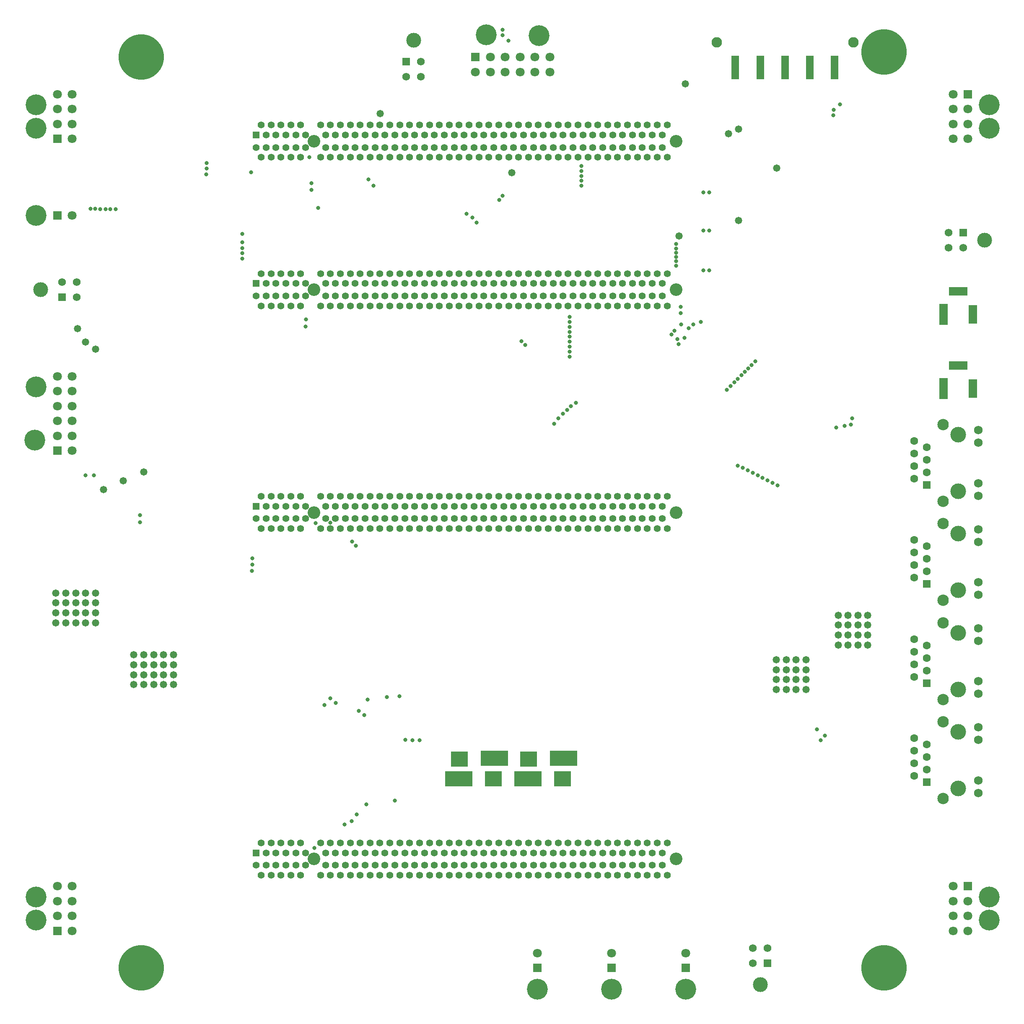
<source format=gts>
G04*
G04 #@! TF.GenerationSoftware,Altium Limited,Altium Designer,21.3.2 (30)*
G04*
G04 Layer_Color=8388736*
%FSLAX25Y25*%
%MOIN*%
G70*
G04*
G04 #@! TF.SameCoordinates,467638F3-B4FA-417D-9A7E-59FD0AE83611*
G04*
G04*
G04 #@! TF.FilePolarity,Negative*
G04*
G01*
G75*
%ADD16R,0.06312X0.18517*%
%ADD17C,0.05556*%
%ADD18C,0.10052*%
%ADD19R,0.05556X0.05556*%
%ADD20C,0.08280*%
%ADD21C,0.16548*%
%ADD22C,0.07099*%
%ADD23R,0.07099X0.07099*%
%ADD24C,0.06181*%
%ADD25R,0.06181X0.06181*%
%ADD26C,0.11811*%
%ADD27R,0.06181X0.06181*%
%ADD28R,0.14580X0.06706*%
%ADD29R,0.06706X0.14580*%
%ADD30R,0.06706X0.16548*%
%ADD31R,0.07099X0.07099*%
%ADD32C,0.12414*%
%ADD33C,0.09068*%
%ADD34C,0.06312*%
%ADD35R,0.06312X0.06312*%
%ADD36C,0.06902*%
%ADD37C,0.03300*%
%ADD38C,0.05800*%
%ADD39C,0.36233*%
G36*
X361614Y175984D02*
X339961D01*
Y187992D01*
X361614D01*
Y175984D01*
D02*
G37*
G36*
X358071Y191732D02*
X344685D01*
Y203740D01*
X358071D01*
Y191732D01*
D02*
G37*
G36*
X385039Y175984D02*
X371654D01*
Y187992D01*
X385039D01*
Y175984D01*
D02*
G37*
G36*
X389961Y192126D02*
X368307D01*
Y204134D01*
X389961D01*
Y192126D01*
D02*
G37*
G36*
X416732Y175984D02*
X395079D01*
Y187992D01*
X416732D01*
Y175984D01*
D02*
G37*
G36*
X413189Y191732D02*
X399803D01*
Y203740D01*
X413189D01*
Y191732D01*
D02*
G37*
G36*
X440158Y175984D02*
X426772D01*
Y187992D01*
X440158D01*
Y175984D01*
D02*
G37*
G36*
X445079Y192126D02*
X423425D01*
Y204134D01*
X445079D01*
Y192126D01*
D02*
G37*
D16*
X570866Y747441D02*
D03*
X590551D02*
D03*
X629921D02*
D03*
X649606D02*
D03*
X610236D02*
D03*
D17*
X516535Y558071D02*
D03*
Y583661D02*
D03*
X512598Y565945D02*
D03*
Y575787D02*
D03*
X508661Y558071D02*
D03*
X504724Y565945D02*
D03*
X508661Y583661D02*
D03*
X504724Y575787D02*
D03*
X500787Y558071D02*
D03*
X496850Y565945D02*
D03*
X500787Y583661D02*
D03*
X496850Y575787D02*
D03*
X492913Y558071D02*
D03*
X488976Y565945D02*
D03*
X492913Y583661D02*
D03*
X488976Y575787D02*
D03*
X485039Y558071D02*
D03*
X481102Y565945D02*
D03*
X485039Y583661D02*
D03*
X481102Y575787D02*
D03*
X477165Y558071D02*
D03*
Y583661D02*
D03*
X473228Y565945D02*
D03*
Y575787D02*
D03*
X469291Y558071D02*
D03*
X465354Y565945D02*
D03*
X469291Y583661D02*
D03*
X465354Y575787D02*
D03*
X461417Y558071D02*
D03*
X457480Y565945D02*
D03*
X461417Y583661D02*
D03*
X457480Y575787D02*
D03*
X453543Y558071D02*
D03*
X449606Y565945D02*
D03*
X453543Y583661D02*
D03*
X449606Y575787D02*
D03*
X445669Y558071D02*
D03*
X441732Y565945D02*
D03*
X445669Y583661D02*
D03*
X441732Y575787D02*
D03*
X437795Y558071D02*
D03*
Y583661D02*
D03*
X433858Y565945D02*
D03*
Y575787D02*
D03*
X429921Y558071D02*
D03*
X425984Y565945D02*
D03*
X429921Y583661D02*
D03*
X425984Y575787D02*
D03*
X422047Y558071D02*
D03*
X418110Y565945D02*
D03*
X422047Y583661D02*
D03*
X418110Y575787D02*
D03*
X414173Y558071D02*
D03*
X410236Y565945D02*
D03*
X414173Y583661D02*
D03*
X410236Y575787D02*
D03*
X406299Y558071D02*
D03*
X402362Y565945D02*
D03*
X406299Y583661D02*
D03*
X402362Y575787D02*
D03*
X398425Y558071D02*
D03*
Y583661D02*
D03*
X394488Y565945D02*
D03*
Y575787D02*
D03*
X390551Y558071D02*
D03*
X386614Y565945D02*
D03*
X390551Y583661D02*
D03*
X386614Y575787D02*
D03*
X382677Y558071D02*
D03*
X378740Y565945D02*
D03*
Y575787D02*
D03*
X374803Y558071D02*
D03*
X370866Y565945D02*
D03*
X374803Y583661D02*
D03*
X370866Y575787D02*
D03*
X366929Y558071D02*
D03*
X362992Y565945D02*
D03*
X366929Y583661D02*
D03*
X362992Y575787D02*
D03*
X359055Y558071D02*
D03*
Y583661D02*
D03*
X355118Y565945D02*
D03*
Y575787D02*
D03*
X351181Y558071D02*
D03*
X347244Y565945D02*
D03*
X351181Y583661D02*
D03*
X347244Y575787D02*
D03*
X343307Y558071D02*
D03*
X339370Y565945D02*
D03*
X343307Y583661D02*
D03*
X339370Y575787D02*
D03*
X335433Y558071D02*
D03*
X331496Y565945D02*
D03*
X335433Y583661D02*
D03*
X331496Y575787D02*
D03*
X327559Y558071D02*
D03*
X323622Y565945D02*
D03*
X327559Y583661D02*
D03*
X323622Y575787D02*
D03*
X319685Y558071D02*
D03*
Y583661D02*
D03*
X315748Y565945D02*
D03*
Y575787D02*
D03*
X311811Y558071D02*
D03*
X307874Y565945D02*
D03*
X311811Y583661D02*
D03*
X307874Y575787D02*
D03*
X303937Y558071D02*
D03*
X300000Y565945D02*
D03*
X303937Y583661D02*
D03*
X300000Y575787D02*
D03*
X296063Y558071D02*
D03*
X292126Y565945D02*
D03*
X296063Y583661D02*
D03*
X292126Y575787D02*
D03*
X288189Y558071D02*
D03*
X284252Y565945D02*
D03*
X288189Y583661D02*
D03*
X284252Y575787D02*
D03*
X280315Y558071D02*
D03*
Y583661D02*
D03*
X276378Y565945D02*
D03*
Y575787D02*
D03*
X272441Y558071D02*
D03*
X268504Y565945D02*
D03*
X272441Y583661D02*
D03*
X268504Y575787D02*
D03*
X264567Y558071D02*
D03*
X260630Y565945D02*
D03*
X264567Y583661D02*
D03*
X260630Y575787D02*
D03*
X256693Y558071D02*
D03*
X252756Y565945D02*
D03*
X256693Y583661D02*
D03*
X252756Y575787D02*
D03*
X248819Y558071D02*
D03*
X244882Y565945D02*
D03*
X248819Y583661D02*
D03*
X244882Y575787D02*
D03*
X240945Y558071D02*
D03*
Y583661D02*
D03*
X229134Y565945D02*
D03*
Y575787D02*
D03*
X225197Y558071D02*
D03*
X221260Y565945D02*
D03*
X225197Y583661D02*
D03*
X221260Y575787D02*
D03*
X217323Y558071D02*
D03*
X213386Y565945D02*
D03*
X217323Y583661D02*
D03*
X213386Y575787D02*
D03*
X209449Y558071D02*
D03*
X205512Y565945D02*
D03*
X209449Y583661D02*
D03*
X205512Y575787D02*
D03*
X201575Y558071D02*
D03*
X197638Y565945D02*
D03*
X201575Y583661D02*
D03*
X197638Y575787D02*
D03*
X193701Y558071D02*
D03*
X189764Y565945D02*
D03*
X193701Y583661D02*
D03*
X382677D02*
D03*
X516535Y105315D02*
D03*
Y130905D02*
D03*
X512598Y113189D02*
D03*
Y123031D02*
D03*
X508661Y105315D02*
D03*
X504724Y113189D02*
D03*
X508661Y130905D02*
D03*
X504724Y123031D02*
D03*
X500787Y105315D02*
D03*
X496850Y113189D02*
D03*
X500787Y130905D02*
D03*
X496850Y123031D02*
D03*
X492913Y105315D02*
D03*
X488976Y113189D02*
D03*
X492913Y130905D02*
D03*
X488976Y123031D02*
D03*
X485039Y105315D02*
D03*
X481102Y113189D02*
D03*
X485039Y130905D02*
D03*
X481102Y123031D02*
D03*
X477165Y105315D02*
D03*
Y130905D02*
D03*
X473228Y113189D02*
D03*
Y123031D02*
D03*
X469291Y105315D02*
D03*
X465354Y113189D02*
D03*
X469291Y130905D02*
D03*
X465354Y123031D02*
D03*
X461417Y105315D02*
D03*
X457480Y113189D02*
D03*
X461417Y130905D02*
D03*
X457480Y123031D02*
D03*
X453543Y105315D02*
D03*
X449606Y113189D02*
D03*
X453543Y130905D02*
D03*
X449606Y123031D02*
D03*
X445669Y105315D02*
D03*
X441732Y113189D02*
D03*
X445669Y130905D02*
D03*
X441732Y123031D02*
D03*
X437795Y105315D02*
D03*
Y130905D02*
D03*
X433858Y113189D02*
D03*
Y123031D02*
D03*
X429921Y105315D02*
D03*
X425984Y113189D02*
D03*
X429921Y130905D02*
D03*
X425984Y123031D02*
D03*
X422047Y105315D02*
D03*
X418110Y113189D02*
D03*
X422047Y130905D02*
D03*
X418110Y123031D02*
D03*
X414173Y105315D02*
D03*
X410236Y113189D02*
D03*
X414173Y130905D02*
D03*
X410236Y123031D02*
D03*
X406299Y105315D02*
D03*
X402362Y113189D02*
D03*
X406299Y130905D02*
D03*
X402362Y123031D02*
D03*
X398425Y105315D02*
D03*
Y130905D02*
D03*
X394488Y113189D02*
D03*
Y123031D02*
D03*
X390551Y105315D02*
D03*
X386614Y113189D02*
D03*
X390551Y130905D02*
D03*
X386614Y123031D02*
D03*
X382677Y105315D02*
D03*
X378740Y113189D02*
D03*
Y123031D02*
D03*
X374803Y105315D02*
D03*
X370866Y113189D02*
D03*
X374803Y130905D02*
D03*
X370866Y123031D02*
D03*
X366929Y105315D02*
D03*
X362992Y113189D02*
D03*
X366929Y130905D02*
D03*
X362992Y123031D02*
D03*
X359055Y105315D02*
D03*
Y130905D02*
D03*
X355118Y113189D02*
D03*
Y123031D02*
D03*
X351181Y105315D02*
D03*
X347244Y113189D02*
D03*
X351181Y130905D02*
D03*
X347244Y123031D02*
D03*
X343307Y105315D02*
D03*
X339370Y113189D02*
D03*
X343307Y130905D02*
D03*
X339370Y123031D02*
D03*
X335433Y105315D02*
D03*
X331496Y113189D02*
D03*
X335433Y130905D02*
D03*
X331496Y123031D02*
D03*
X327559Y105315D02*
D03*
X323622Y113189D02*
D03*
X327559Y130905D02*
D03*
X323622Y123031D02*
D03*
X319685Y105315D02*
D03*
Y130905D02*
D03*
X315748Y113189D02*
D03*
Y123031D02*
D03*
X311811Y105315D02*
D03*
X307874Y113189D02*
D03*
X311811Y130905D02*
D03*
X307874Y123031D02*
D03*
X303937Y105315D02*
D03*
X300000Y113189D02*
D03*
X303937Y130905D02*
D03*
X300000Y123031D02*
D03*
X296063Y105315D02*
D03*
X292126Y113189D02*
D03*
X296063Y130905D02*
D03*
X292126Y123031D02*
D03*
X288189Y105315D02*
D03*
X284252Y113189D02*
D03*
X288189Y130905D02*
D03*
X284252Y123031D02*
D03*
X280315Y105315D02*
D03*
Y130905D02*
D03*
X276378Y113189D02*
D03*
Y123031D02*
D03*
X272441Y105315D02*
D03*
X268504Y113189D02*
D03*
X272441Y130905D02*
D03*
X268504Y123031D02*
D03*
X264567Y105315D02*
D03*
X260630Y113189D02*
D03*
X264567Y130905D02*
D03*
X260630Y123031D02*
D03*
X256693Y105315D02*
D03*
X252756Y113189D02*
D03*
X256693Y130905D02*
D03*
X252756Y123031D02*
D03*
X248819Y105315D02*
D03*
X244882Y113189D02*
D03*
X248819Y130905D02*
D03*
X244882Y123031D02*
D03*
X240945Y105315D02*
D03*
Y130905D02*
D03*
X229134Y113189D02*
D03*
Y123031D02*
D03*
X225197Y105315D02*
D03*
X221260Y113189D02*
D03*
X225197Y130905D02*
D03*
X221260Y123031D02*
D03*
X217323Y105315D02*
D03*
X213386Y113189D02*
D03*
X217323Y130905D02*
D03*
X213386Y123031D02*
D03*
X209449Y105315D02*
D03*
X205512Y113189D02*
D03*
X209449Y130905D02*
D03*
X205512Y123031D02*
D03*
X201575Y105315D02*
D03*
X197638Y113189D02*
D03*
X201575Y130905D02*
D03*
X197638Y123031D02*
D03*
X193701Y105315D02*
D03*
X189764Y113189D02*
D03*
X193701Y130905D02*
D03*
X382677D02*
D03*
X516535Y676181D02*
D03*
Y701772D02*
D03*
X512598Y684055D02*
D03*
Y693898D02*
D03*
X508661Y676181D02*
D03*
X504724Y684055D02*
D03*
X508661Y701772D02*
D03*
X504724Y693898D02*
D03*
X500787Y676181D02*
D03*
X496850Y684055D02*
D03*
X500787Y701772D02*
D03*
X496850Y693898D02*
D03*
X492913Y676181D02*
D03*
X488976Y684055D02*
D03*
X492913Y701772D02*
D03*
X488976Y693898D02*
D03*
X485039Y676181D02*
D03*
X481102Y684055D02*
D03*
X485039Y701772D02*
D03*
X481102Y693898D02*
D03*
X477165Y676181D02*
D03*
Y701772D02*
D03*
X473228Y684055D02*
D03*
Y693898D02*
D03*
X469291Y676181D02*
D03*
X465354Y684055D02*
D03*
X469291Y701772D02*
D03*
X465354Y693898D02*
D03*
X461417Y676181D02*
D03*
X457480Y684055D02*
D03*
X461417Y701772D02*
D03*
X457480Y693898D02*
D03*
X453543Y676181D02*
D03*
X449606Y684055D02*
D03*
X453543Y701772D02*
D03*
X449606Y693898D02*
D03*
X445669Y676181D02*
D03*
X441732Y684055D02*
D03*
X445669Y701772D02*
D03*
X441732Y693898D02*
D03*
X437795Y676181D02*
D03*
Y701772D02*
D03*
X433858Y684055D02*
D03*
Y693898D02*
D03*
X429921Y676181D02*
D03*
X425984Y684055D02*
D03*
X429921Y701772D02*
D03*
X425984Y693898D02*
D03*
X422047Y676181D02*
D03*
X418110Y684055D02*
D03*
X422047Y701772D02*
D03*
X418110Y693898D02*
D03*
X414173Y676181D02*
D03*
X410236Y684055D02*
D03*
X414173Y701772D02*
D03*
X410236Y693898D02*
D03*
X406299Y676181D02*
D03*
X402362Y684055D02*
D03*
X406299Y701772D02*
D03*
X402362Y693898D02*
D03*
X398425Y676181D02*
D03*
Y701772D02*
D03*
X394488Y684055D02*
D03*
Y693898D02*
D03*
X390551Y676181D02*
D03*
X386614Y684055D02*
D03*
X390551Y701772D02*
D03*
X386614Y693898D02*
D03*
X382677Y676181D02*
D03*
X378740Y684055D02*
D03*
Y693898D02*
D03*
X374803Y676181D02*
D03*
X370866Y684055D02*
D03*
X374803Y701772D02*
D03*
X370866Y693898D02*
D03*
X366929Y676181D02*
D03*
X362992Y684055D02*
D03*
X366929Y701772D02*
D03*
X362992Y693898D02*
D03*
X359055Y676181D02*
D03*
Y701772D02*
D03*
X355118Y684055D02*
D03*
Y693898D02*
D03*
X351181Y676181D02*
D03*
X347244Y684055D02*
D03*
X351181Y701772D02*
D03*
X347244Y693898D02*
D03*
X343307Y676181D02*
D03*
X339370Y684055D02*
D03*
X343307Y701772D02*
D03*
X339370Y693898D02*
D03*
X335433Y676181D02*
D03*
X331496Y684055D02*
D03*
X335433Y701772D02*
D03*
X331496Y693898D02*
D03*
X327559Y676181D02*
D03*
X323622Y684055D02*
D03*
X327559Y701772D02*
D03*
X323622Y693898D02*
D03*
X319685Y676181D02*
D03*
Y701772D02*
D03*
X315748Y684055D02*
D03*
Y693898D02*
D03*
X311811Y676181D02*
D03*
X307874Y684055D02*
D03*
X311811Y701772D02*
D03*
X307874Y693898D02*
D03*
X303937Y676181D02*
D03*
X300000Y684055D02*
D03*
X303937Y701772D02*
D03*
X300000Y693898D02*
D03*
X296063Y676181D02*
D03*
X292126Y684055D02*
D03*
X296063Y701772D02*
D03*
X292126Y693898D02*
D03*
X288189Y676181D02*
D03*
X284252Y684055D02*
D03*
X288189Y701772D02*
D03*
X284252Y693898D02*
D03*
X280315Y676181D02*
D03*
Y701772D02*
D03*
X276378Y684055D02*
D03*
Y693898D02*
D03*
X272441Y676181D02*
D03*
X268504Y684055D02*
D03*
X272441Y701772D02*
D03*
X268504Y693898D02*
D03*
X264567Y676181D02*
D03*
X260630Y684055D02*
D03*
X264567Y701772D02*
D03*
X260630Y693898D02*
D03*
X256693Y676181D02*
D03*
X252756Y684055D02*
D03*
X256693Y701772D02*
D03*
X252756Y693898D02*
D03*
X248819Y676181D02*
D03*
X244882Y684055D02*
D03*
X248819Y701772D02*
D03*
X244882Y693898D02*
D03*
X240945Y676181D02*
D03*
Y701772D02*
D03*
X229134Y684055D02*
D03*
Y693898D02*
D03*
X225197Y676181D02*
D03*
X221260Y684055D02*
D03*
X225197Y701772D02*
D03*
X221260Y693898D02*
D03*
X217323Y676181D02*
D03*
X213386Y684055D02*
D03*
X217323Y701772D02*
D03*
X213386Y693898D02*
D03*
X209449Y676181D02*
D03*
X205512Y684055D02*
D03*
X209449Y701772D02*
D03*
X205512Y693898D02*
D03*
X201575Y676181D02*
D03*
X197638Y684055D02*
D03*
X201575Y701772D02*
D03*
X197638Y693898D02*
D03*
X193701Y676181D02*
D03*
X189764Y684055D02*
D03*
X193701Y701772D02*
D03*
X382677D02*
D03*
X516535Y380906D02*
D03*
Y406496D02*
D03*
X512598Y388779D02*
D03*
Y398622D02*
D03*
X508661Y380906D02*
D03*
X504724Y388779D02*
D03*
X508661Y406496D02*
D03*
X504724Y398622D02*
D03*
X500787Y380906D02*
D03*
X496850Y388779D02*
D03*
X500787Y406496D02*
D03*
X496850Y398622D02*
D03*
X492913Y380906D02*
D03*
X488976Y388779D02*
D03*
X492913Y406496D02*
D03*
X488976Y398622D02*
D03*
X485039Y380906D02*
D03*
X481102Y388779D02*
D03*
X485039Y406496D02*
D03*
X481102Y398622D02*
D03*
X477165Y380906D02*
D03*
Y406496D02*
D03*
X473228Y388779D02*
D03*
Y398622D02*
D03*
X469291Y380906D02*
D03*
X465354Y388779D02*
D03*
X469291Y406496D02*
D03*
X465354Y398622D02*
D03*
X461417Y380906D02*
D03*
X457480Y388779D02*
D03*
X461417Y406496D02*
D03*
X457480Y398622D02*
D03*
X453543Y380906D02*
D03*
X449606Y388779D02*
D03*
X453543Y406496D02*
D03*
X449606Y398622D02*
D03*
X445669Y380906D02*
D03*
X441732Y388779D02*
D03*
X445669Y406496D02*
D03*
X441732Y398622D02*
D03*
X437795Y380906D02*
D03*
Y406496D02*
D03*
X433858Y388779D02*
D03*
Y398622D02*
D03*
X429921Y380906D02*
D03*
X425984Y388779D02*
D03*
X429921Y406496D02*
D03*
X425984Y398622D02*
D03*
X422047Y380906D02*
D03*
X418110Y388779D02*
D03*
X422047Y406496D02*
D03*
X418110Y398622D02*
D03*
X414173Y380906D02*
D03*
X410236Y388779D02*
D03*
X414173Y406496D02*
D03*
X410236Y398622D02*
D03*
X406299Y380906D02*
D03*
X402362Y388779D02*
D03*
X406299Y406496D02*
D03*
X402362Y398622D02*
D03*
X398425Y380906D02*
D03*
Y406496D02*
D03*
X394488Y388779D02*
D03*
Y398622D02*
D03*
X390551Y380906D02*
D03*
X386614Y388779D02*
D03*
X390551Y406496D02*
D03*
X386614Y398622D02*
D03*
X382677Y380906D02*
D03*
X378740Y388779D02*
D03*
Y398622D02*
D03*
X374803Y380906D02*
D03*
X370866Y388779D02*
D03*
X374803Y406496D02*
D03*
X370866Y398622D02*
D03*
X366929Y380906D02*
D03*
X362992Y388779D02*
D03*
X366929Y406496D02*
D03*
X362992Y398622D02*
D03*
X359055Y380906D02*
D03*
Y406496D02*
D03*
X355118Y388779D02*
D03*
Y398622D02*
D03*
X351181Y380906D02*
D03*
X347244Y388779D02*
D03*
X351181Y406496D02*
D03*
X347244Y398622D02*
D03*
X343307Y380906D02*
D03*
X339370Y388779D02*
D03*
X343307Y406496D02*
D03*
X339370Y398622D02*
D03*
X335433Y380906D02*
D03*
X331496Y388779D02*
D03*
X335433Y406496D02*
D03*
X331496Y398622D02*
D03*
X327559Y380906D02*
D03*
X323622Y388779D02*
D03*
X327559Y406496D02*
D03*
X323622Y398622D02*
D03*
X319685Y380906D02*
D03*
Y406496D02*
D03*
X315748Y388779D02*
D03*
Y398622D02*
D03*
X311811Y380906D02*
D03*
X307874Y388779D02*
D03*
X311811Y406496D02*
D03*
X307874Y398622D02*
D03*
X303937Y380906D02*
D03*
X300000Y388779D02*
D03*
X303937Y406496D02*
D03*
X300000Y398622D02*
D03*
X296063Y380906D02*
D03*
X292126Y388779D02*
D03*
X296063Y406496D02*
D03*
X292126Y398622D02*
D03*
X288189Y380906D02*
D03*
X284252Y388779D02*
D03*
X288189Y406496D02*
D03*
X284252Y398622D02*
D03*
X280315Y380906D02*
D03*
Y406496D02*
D03*
X276378Y388779D02*
D03*
Y398622D02*
D03*
X272441Y380906D02*
D03*
X268504Y388779D02*
D03*
X272441Y406496D02*
D03*
X268504Y398622D02*
D03*
X264567Y380906D02*
D03*
X260630Y388779D02*
D03*
X264567Y406496D02*
D03*
X260630Y398622D02*
D03*
X256693Y380906D02*
D03*
X252756Y388779D02*
D03*
X256693Y406496D02*
D03*
X252756Y398622D02*
D03*
X248819Y380906D02*
D03*
X244882Y388779D02*
D03*
X248819Y406496D02*
D03*
X244882Y398622D02*
D03*
X240945Y380906D02*
D03*
Y406496D02*
D03*
X229134Y388779D02*
D03*
Y398622D02*
D03*
X225197Y380906D02*
D03*
X221260Y388779D02*
D03*
X225197Y406496D02*
D03*
X221260Y398622D02*
D03*
X217323Y380906D02*
D03*
X213386Y388779D02*
D03*
X217323Y406496D02*
D03*
X213386Y398622D02*
D03*
X209449Y380906D02*
D03*
X205512Y388779D02*
D03*
X209449Y406496D02*
D03*
X205512Y398622D02*
D03*
X201575Y380906D02*
D03*
X197638Y388779D02*
D03*
X201575Y406496D02*
D03*
X197638Y398622D02*
D03*
X193701Y380906D02*
D03*
X189764Y388779D02*
D03*
X193701Y406496D02*
D03*
X382677D02*
D03*
D18*
X523622Y570866D02*
D03*
X235630D02*
D03*
X523622Y118110D02*
D03*
X235630D02*
D03*
X523622Y688976D02*
D03*
X235630D02*
D03*
X523622Y393701D02*
D03*
X235630D02*
D03*
D19*
X189764Y575787D02*
D03*
Y123031D02*
D03*
Y693898D02*
D03*
Y398622D02*
D03*
D20*
X555905Y767717D02*
D03*
X664567D02*
D03*
D21*
X414764Y772795D02*
D03*
X372638Y773701D02*
D03*
X472441Y14606D02*
D03*
X413386D02*
D03*
X531496D02*
D03*
X14606Y629921D02*
D03*
X772795Y717913D02*
D03*
Y699409D02*
D03*
X14606D02*
D03*
Y717913D02*
D03*
Y493504D02*
D03*
X13701Y451378D02*
D03*
X772795Y87992D02*
D03*
Y69488D02*
D03*
X14606D02*
D03*
Y87992D02*
D03*
D22*
X375984Y743976D02*
D03*
Y755787D02*
D03*
X364173Y743976D02*
D03*
X423228D02*
D03*
Y755787D02*
D03*
X411417Y743976D02*
D03*
X399606D02*
D03*
X387795D02*
D03*
X411417Y755787D02*
D03*
X399606D02*
D03*
X387795D02*
D03*
X472441Y43425D02*
D03*
X413386D02*
D03*
X531496D02*
D03*
X43425Y629921D02*
D03*
X755787Y714567D02*
D03*
Y702756D02*
D03*
Y690945D02*
D03*
X743976Y726378D02*
D03*
Y714567D02*
D03*
Y702756D02*
D03*
Y690945D02*
D03*
X31614Y702756D02*
D03*
Y714567D02*
D03*
Y726378D02*
D03*
X43425Y690945D02*
D03*
Y702756D02*
D03*
Y714567D02*
D03*
Y726378D02*
D03*
Y454724D02*
D03*
X31614D02*
D03*
X43425Y442913D02*
D03*
Y501968D02*
D03*
X31614D02*
D03*
X43425Y490158D02*
D03*
Y478346D02*
D03*
Y466535D02*
D03*
X31614Y490158D02*
D03*
Y478346D02*
D03*
Y466535D02*
D03*
X755787Y84646D02*
D03*
Y72835D02*
D03*
Y61024D02*
D03*
X743976Y96457D02*
D03*
Y84646D02*
D03*
Y72835D02*
D03*
Y61024D02*
D03*
X31614Y72835D02*
D03*
Y84646D02*
D03*
Y96457D02*
D03*
X43425Y61024D02*
D03*
Y72835D02*
D03*
Y84646D02*
D03*
Y96457D02*
D03*
D23*
X364173Y755787D02*
D03*
X472441Y31614D02*
D03*
X413386D02*
D03*
X531496D02*
D03*
D24*
X584646Y47106D02*
D03*
X596457D02*
D03*
X584646Y35295D02*
D03*
X47106Y576772D02*
D03*
Y564961D02*
D03*
X35295Y576772D02*
D03*
X740295Y604331D02*
D03*
Y616142D02*
D03*
X752106Y604331D02*
D03*
X320866Y740295D02*
D03*
X309055D02*
D03*
X320866Y752106D02*
D03*
D25*
X596457Y35295D02*
D03*
X309055Y752106D02*
D03*
D26*
X590551Y18287D02*
D03*
X18287Y570866D02*
D03*
X769114Y610236D02*
D03*
X314961Y769114D02*
D03*
D27*
X35295Y564961D02*
D03*
X752106Y616142D02*
D03*
D28*
X748032Y569685D02*
D03*
X748032Y510630D02*
D03*
D29*
X759843Y551181D02*
D03*
X759842Y492126D02*
D03*
D30*
X736221Y551181D02*
D03*
X736221Y492126D02*
D03*
D31*
X31614Y629921D02*
D03*
X755787Y726378D02*
D03*
X31614Y690945D02*
D03*
Y442913D02*
D03*
X755787Y96457D02*
D03*
X31614Y61024D02*
D03*
D32*
X748031Y298091D02*
D03*
Y253091D02*
D03*
X748032Y455571D02*
D03*
Y410571D02*
D03*
X748031Y219350D02*
D03*
Y174350D02*
D03*
X748032Y376831D02*
D03*
Y331831D02*
D03*
D33*
X736024Y245098D02*
D03*
Y306083D02*
D03*
X736024Y402579D02*
D03*
Y463563D02*
D03*
X736024Y166358D02*
D03*
Y227343D02*
D03*
X736024Y323839D02*
D03*
Y384823D02*
D03*
D34*
X713031Y263090D02*
D03*
Y273091D02*
D03*
Y283090D02*
D03*
Y293091D02*
D03*
X723031Y288090D02*
D03*
Y278091D02*
D03*
Y268091D02*
D03*
X713031Y420571D02*
D03*
Y430571D02*
D03*
Y440571D02*
D03*
Y450571D02*
D03*
X723032Y445571D02*
D03*
Y435571D02*
D03*
Y425571D02*
D03*
X713031Y184350D02*
D03*
Y194350D02*
D03*
Y204350D02*
D03*
Y214350D02*
D03*
X723031Y209350D02*
D03*
Y199350D02*
D03*
Y189350D02*
D03*
X713031Y341831D02*
D03*
Y351831D02*
D03*
Y361831D02*
D03*
Y371831D02*
D03*
X723032Y366831D02*
D03*
Y356831D02*
D03*
Y346831D02*
D03*
D35*
X723031Y258090D02*
D03*
X723032Y415571D02*
D03*
X723031Y179350D02*
D03*
X723032Y336831D02*
D03*
D36*
X764016Y259508D02*
D03*
Y249508D02*
D03*
Y301673D02*
D03*
Y291673D02*
D03*
X764016Y416988D02*
D03*
Y406988D02*
D03*
Y459154D02*
D03*
Y449154D02*
D03*
X764016Y180768D02*
D03*
Y170768D02*
D03*
Y222933D02*
D03*
Y212933D02*
D03*
X764016Y338248D02*
D03*
Y328248D02*
D03*
Y380413D02*
D03*
Y370413D02*
D03*
D37*
X520079Y535236D02*
D03*
X533661Y540158D02*
D03*
X543430Y545201D02*
D03*
X278346Y244882D02*
D03*
X265551Y148228D02*
D03*
X236024Y126969D02*
D03*
X390354Y768898D02*
D03*
X283071Y653740D02*
D03*
X278937Y658465D02*
D03*
X239173Y635827D02*
D03*
X185827Y664370D02*
D03*
X237008Y385433D02*
D03*
X248819Y385630D02*
D03*
X269094Y367126D02*
D03*
X228937Y541732D02*
D03*
X400787Y529943D02*
D03*
X653937Y718110D02*
D03*
X662598Y463583D02*
D03*
X233858Y650197D02*
D03*
X448228Y661417D02*
D03*
X530512Y532480D02*
D03*
X524606Y531496D02*
D03*
X525591Y527559D02*
D03*
X522244Y538189D02*
D03*
X586614Y513779D02*
D03*
X583661Y511024D02*
D03*
X581102Y508268D02*
D03*
X578346Y505709D02*
D03*
X575591Y502953D02*
D03*
X572835Y500000D02*
D03*
X570079Y497244D02*
D03*
X567126Y494291D02*
D03*
X563976Y491142D02*
D03*
X243898Y240748D02*
D03*
X572835Y431102D02*
D03*
X576772Y429134D02*
D03*
X580709Y427165D02*
D03*
X584646Y425197D02*
D03*
X588583Y423228D02*
D03*
X592520Y421260D02*
D03*
X596457Y419291D02*
D03*
X604331Y415354D02*
D03*
X600394Y417323D02*
D03*
X537402Y543307D02*
D03*
X527559D02*
D03*
X438976Y541339D02*
D03*
Y545276D02*
D03*
Y549213D02*
D03*
Y537402D02*
D03*
Y533465D02*
D03*
Y529528D02*
D03*
Y525591D02*
D03*
Y521654D02*
D03*
Y517717D02*
D03*
X527362Y552362D02*
D03*
Y557283D02*
D03*
X403543Y526968D02*
D03*
X97441Y385827D02*
D03*
X97244Y391535D02*
D03*
X53937Y423425D02*
D03*
X60630Y423228D02*
D03*
X648819Y709449D02*
D03*
X448228Y665354D02*
D03*
X649016Y713976D02*
D03*
X448228Y669291D02*
D03*
X365158Y624409D02*
D03*
X361811Y628150D02*
D03*
X356890Y631299D02*
D03*
X150197Y662598D02*
D03*
X150394Y667323D02*
D03*
Y671654D02*
D03*
X448228Y657480D02*
D03*
X78150Y634842D02*
D03*
X73819D02*
D03*
X69882Y635039D02*
D03*
X65748D02*
D03*
X61811Y635236D02*
D03*
X58071D02*
D03*
X635827Y221260D02*
D03*
X638779Y212598D02*
D03*
X657677Y462598D02*
D03*
X650984Y461417D02*
D03*
X663583Y468504D02*
D03*
X319685Y212598D02*
D03*
X313976D02*
D03*
X308268Y212795D02*
D03*
X642126Y216339D02*
D03*
X186417Y347244D02*
D03*
X186614Y352165D02*
D03*
Y357283D02*
D03*
X385827Y777559D02*
D03*
X385630Y773228D02*
D03*
X266142Y370472D02*
D03*
X277362Y161614D02*
D03*
X300197Y164567D02*
D03*
X293701Y246850D02*
D03*
X303740Y247441D02*
D03*
X385827Y645669D02*
D03*
X448228Y653543D02*
D03*
X550197Y648228D02*
D03*
X545472D02*
D03*
Y617913D02*
D03*
X550197D02*
D03*
X545472Y586417D02*
D03*
X550197D02*
D03*
X382874Y642323D02*
D03*
X178543Y595472D02*
D03*
Y599803D02*
D03*
Y603937D02*
D03*
Y608465D02*
D03*
Y615354D02*
D03*
X248819Y245866D02*
D03*
X275590Y232677D02*
D03*
X252953Y242126D02*
D03*
X271260Y235827D02*
D03*
X229331Y547244D02*
D03*
X426575Y464173D02*
D03*
X430118Y468701D02*
D03*
X433858Y472244D02*
D03*
X437008Y475394D02*
D03*
X440158Y478346D02*
D03*
X444095Y481102D02*
D03*
X269685Y153543D02*
D03*
X260007Y145472D02*
D03*
X233661Y655709D02*
D03*
X231890Y676181D02*
D03*
X523622Y589961D02*
D03*
Y593504D02*
D03*
Y596850D02*
D03*
Y600197D02*
D03*
Y603740D02*
D03*
Y607283D02*
D03*
D38*
X573425Y698622D02*
D03*
X565354Y695079D02*
D03*
X393110Y663976D02*
D03*
X288386Y711024D02*
D03*
X525984Y613583D02*
D03*
X531102Y734646D02*
D03*
X573425Y625984D02*
D03*
X603740Y667717D02*
D03*
X676181Y288386D02*
D03*
X668307D02*
D03*
X660433D02*
D03*
X652559D02*
D03*
X676181Y296260D02*
D03*
X668307D02*
D03*
X660433D02*
D03*
X652559D02*
D03*
X676181Y304134D02*
D03*
X668307D02*
D03*
X660433D02*
D03*
X652559D02*
D03*
X676181Y312008D02*
D03*
X668307D02*
D03*
X660433D02*
D03*
X652559D02*
D03*
X626968Y252953D02*
D03*
X619095D02*
D03*
X611221D02*
D03*
X603346D02*
D03*
X626968Y260827D02*
D03*
X619095D02*
D03*
X611221D02*
D03*
X603346D02*
D03*
X626968Y268701D02*
D03*
X619095D02*
D03*
X611221D02*
D03*
X603346D02*
D03*
X626968Y276575D02*
D03*
X619095D02*
D03*
X611221D02*
D03*
X603346D02*
D03*
X92520Y280512D02*
D03*
X100394D02*
D03*
X108268D02*
D03*
X116142D02*
D03*
X124016D02*
D03*
X92520Y272638D02*
D03*
X100394D02*
D03*
X108268D02*
D03*
X116142D02*
D03*
X124016D02*
D03*
X92520Y264764D02*
D03*
X100394D02*
D03*
X108268D02*
D03*
X116142D02*
D03*
X124016D02*
D03*
X92520Y256890D02*
D03*
X100394D02*
D03*
X108268D02*
D03*
X116142D02*
D03*
X124016D02*
D03*
X62008Y306102D02*
D03*
X54134D02*
D03*
X46260D02*
D03*
X38386D02*
D03*
X30512D02*
D03*
X62008Y313976D02*
D03*
X54134D02*
D03*
X46260D02*
D03*
X38386D02*
D03*
X30512D02*
D03*
X62008Y321850D02*
D03*
X54134D02*
D03*
X46260D02*
D03*
X38386D02*
D03*
X30512D02*
D03*
X62008Y329724D02*
D03*
X54134D02*
D03*
X46260D02*
D03*
X38386D02*
D03*
X30512D02*
D03*
X62008Y523622D02*
D03*
X53937Y529134D02*
D03*
X47638Y539961D02*
D03*
X100394Y425984D02*
D03*
X84055Y419095D02*
D03*
X68307Y411811D02*
D03*
D39*
X688976Y31496D02*
D03*
X98425D02*
D03*
X688976Y759842D02*
D03*
X98425Y755905D02*
D03*
M02*

</source>
